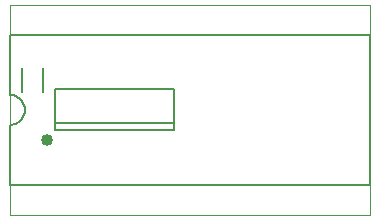
<source format=gto>
G75*
%MOIN*%
%OFA0B0*%
%FSLAX25Y25*%
%IPPOS*%
%LPD*%
%AMOC8*
5,1,8,0,0,1.08239X$1,22.5*
%
%ADD10C,0.00000*%
%ADD11C,0.00500*%
%ADD12C,0.04000*%
D10*
X0001250Y0001000D02*
X0001250Y0071000D01*
X0121250Y0071000D01*
X0121250Y0001000D01*
X0001250Y0001000D01*
D11*
X0001250Y0011000D02*
X0001250Y0031000D01*
X0001390Y0031002D01*
X0001530Y0031008D01*
X0001670Y0031018D01*
X0001810Y0031031D01*
X0001949Y0031049D01*
X0002088Y0031071D01*
X0002225Y0031096D01*
X0002363Y0031125D01*
X0002499Y0031158D01*
X0002634Y0031195D01*
X0002768Y0031236D01*
X0002901Y0031281D01*
X0003033Y0031329D01*
X0003163Y0031381D01*
X0003292Y0031436D01*
X0003419Y0031495D01*
X0003545Y0031558D01*
X0003669Y0031624D01*
X0003790Y0031693D01*
X0003910Y0031766D01*
X0004028Y0031843D01*
X0004143Y0031922D01*
X0004257Y0032005D01*
X0004367Y0032091D01*
X0004476Y0032180D01*
X0004582Y0032272D01*
X0004685Y0032367D01*
X0004786Y0032464D01*
X0004883Y0032565D01*
X0004978Y0032668D01*
X0005070Y0032774D01*
X0005159Y0032883D01*
X0005245Y0032993D01*
X0005328Y0033107D01*
X0005407Y0033222D01*
X0005484Y0033340D01*
X0005557Y0033460D01*
X0005626Y0033581D01*
X0005692Y0033705D01*
X0005755Y0033831D01*
X0005814Y0033958D01*
X0005869Y0034087D01*
X0005921Y0034217D01*
X0005969Y0034349D01*
X0006014Y0034482D01*
X0006055Y0034616D01*
X0006092Y0034751D01*
X0006125Y0034887D01*
X0006154Y0035025D01*
X0006179Y0035162D01*
X0006201Y0035301D01*
X0006219Y0035440D01*
X0006232Y0035580D01*
X0006242Y0035720D01*
X0006248Y0035860D01*
X0006250Y0036000D01*
X0006248Y0036140D01*
X0006242Y0036280D01*
X0006232Y0036420D01*
X0006219Y0036560D01*
X0006201Y0036699D01*
X0006179Y0036838D01*
X0006154Y0036975D01*
X0006125Y0037113D01*
X0006092Y0037249D01*
X0006055Y0037384D01*
X0006014Y0037518D01*
X0005969Y0037651D01*
X0005921Y0037783D01*
X0005869Y0037913D01*
X0005814Y0038042D01*
X0005755Y0038169D01*
X0005692Y0038295D01*
X0005626Y0038419D01*
X0005557Y0038540D01*
X0005484Y0038660D01*
X0005407Y0038778D01*
X0005328Y0038893D01*
X0005245Y0039007D01*
X0005159Y0039117D01*
X0005070Y0039226D01*
X0004978Y0039332D01*
X0004883Y0039435D01*
X0004786Y0039536D01*
X0004685Y0039633D01*
X0004582Y0039728D01*
X0004476Y0039820D01*
X0004367Y0039909D01*
X0004257Y0039995D01*
X0004143Y0040078D01*
X0004028Y0040157D01*
X0003910Y0040234D01*
X0003790Y0040307D01*
X0003669Y0040376D01*
X0003545Y0040442D01*
X0003419Y0040505D01*
X0003292Y0040564D01*
X0003163Y0040619D01*
X0003033Y0040671D01*
X0002901Y0040719D01*
X0002768Y0040764D01*
X0002634Y0040805D01*
X0002499Y0040842D01*
X0002363Y0040875D01*
X0002225Y0040904D01*
X0002088Y0040929D01*
X0001949Y0040951D01*
X0001810Y0040969D01*
X0001670Y0040982D01*
X0001530Y0040992D01*
X0001390Y0040998D01*
X0001250Y0041000D01*
X0001250Y0061000D01*
X0121250Y0061000D01*
X0121250Y0011000D01*
X0001250Y0011000D01*
X0016407Y0029110D02*
X0016407Y0031640D01*
X0016407Y0042890D01*
X0056093Y0042890D01*
X0056093Y0031640D01*
X0016407Y0031640D01*
X0016407Y0029110D02*
X0056093Y0029110D01*
X0056093Y0031640D01*
X0012250Y0042000D02*
X0012250Y0050000D01*
X0005250Y0050000D02*
X0005250Y0042000D01*
D12*
X0013750Y0026000D03*
M02*

</source>
